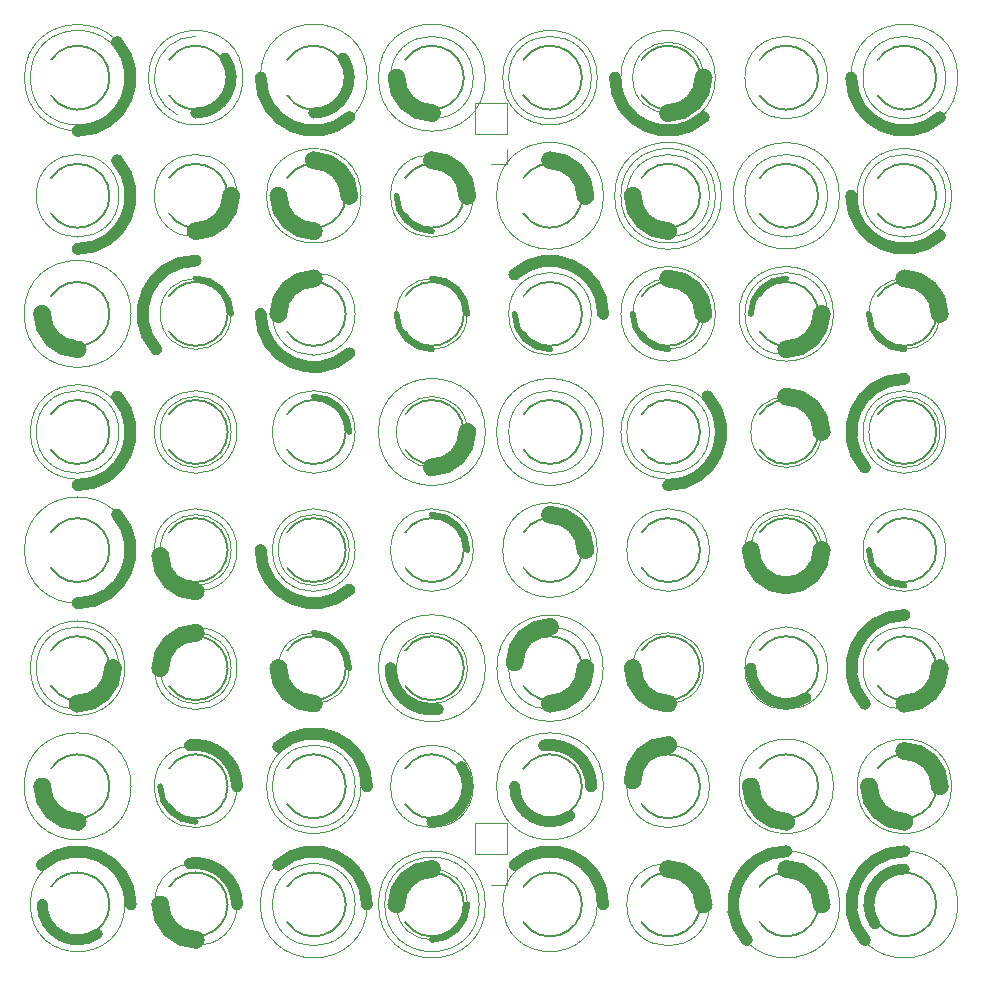
<source format=gbr>
%TF.GenerationSoftware,KiCad,Pcbnew,(5.1.9-0-10_14)*%
%TF.CreationDate,2022-01-06T22:40:05+01:00*%
%TF.ProjectId,8x8_supercomputer,3878385f-7375-4706-9572-636f6d707574,rev?*%
%TF.SameCoordinates,Original*%
%TF.FileFunction,Legend,Top*%
%TF.FilePolarity,Positive*%
%FSLAX46Y46*%
G04 Gerber Fmt 4.6, Leading zero omitted, Abs format (unit mm)*
G04 Created by KiCad (PCBNEW (5.1.9-0-10_14)) date 2022-01-06 22:40:05*
%MOMM*%
%LPD*%
G01*
G04 APERTURE LIST*
%ADD10C,1.500000*%
%ADD11C,0.120000*%
%ADD12C,0.500000*%
%ADD13C,1.000000*%
%ADD14C,0.900000*%
%ADD15C,0.200000*%
G04 APERTURE END LIST*
D10*
X78000000Y-55000000D02*
G75*
G02*
X75000000Y-58000000I-3000000J0D01*
G01*
D11*
X79000000Y-65000000D02*
G75*
G03*
X79000000Y-65000000I-4000000J0D01*
G01*
X78500000Y-45000000D02*
G75*
G03*
X78500000Y-45000000I-3500000J0D01*
G01*
X78500000Y-15000000D02*
G75*
G03*
X78500000Y-15000000I-3500000J0D01*
G01*
D12*
X75000000Y-48000000D02*
G75*
G02*
X72000000Y-45000000I0J3000000D01*
G01*
D13*
X71655848Y-58011088D02*
G75*
G02*
X75000000Y-50500000I3344152J3011088D01*
G01*
D10*
X75000000Y-22000000D02*
G75*
G02*
X78000000Y-25000000I0J-3000000D01*
G01*
D13*
X78011088Y-8344152D02*
G75*
G02*
X70500000Y-5000000I-3011088J3344152D01*
G01*
D10*
X75000000Y-62000000D02*
G75*
G02*
X78000000Y-65000000I0J-3000000D01*
G01*
D13*
X71655848Y-38011088D02*
G75*
G02*
X75000000Y-30500000I3344152J3011088D01*
G01*
D11*
X78500000Y-35000000D02*
G75*
G03*
X78500000Y-35000000I-3500000J0D01*
G01*
D13*
X71655848Y-78011088D02*
G75*
G02*
X75000000Y-70500000I3344152J3011088D01*
G01*
D11*
X78000000Y-35000000D02*
G75*
G03*
X78000000Y-35000000I-3000000J0D01*
G01*
D12*
X75000000Y-28000000D02*
G75*
G02*
X72000000Y-25000000I0J3000000D01*
G01*
D11*
X79527693Y-75000000D02*
G75*
G03*
X79527693Y-75000000I-4527693J0D01*
G01*
X78500000Y-55000000D02*
G75*
G03*
X78500000Y-55000000I-3500000J0D01*
G01*
X78500000Y-5000000D02*
G75*
G03*
X78500000Y-5000000I-3500000J0D01*
G01*
X78000000Y-25000000D02*
G75*
G03*
X78000000Y-25000000I-3000000J0D01*
G01*
X79000000Y-15000000D02*
G75*
G03*
X79000000Y-15000000I-4000000J0D01*
G01*
D13*
X78011088Y-18344152D02*
G75*
G02*
X70500000Y-15000000I-3011088J3344152D01*
G01*
D10*
X75000000Y-68000000D02*
G75*
G02*
X72000000Y-65000000I0J3000000D01*
G01*
D14*
X72504138Y-76664533D02*
G75*
G02*
X75000000Y-72000000I2495862J1664533D01*
G01*
D11*
X79527693Y-5000000D02*
G75*
G03*
X79527693Y-5000000I-4527693J0D01*
G01*
D13*
X14506846Y-71534917D02*
G75*
G02*
X18500000Y-75000000I493154J-3465083D01*
G01*
X14506846Y-61534917D02*
G75*
G02*
X18500000Y-65000000I493154J-3465083D01*
G01*
X44506846Y-61534917D02*
G75*
G02*
X48500000Y-65000000I493154J-3465083D01*
G01*
X35493154Y-58465083D02*
G75*
G02*
X31500000Y-55000000I-493154J3465083D01*
G01*
D14*
X6664533Y-77495862D02*
G75*
G02*
X2000000Y-75000000I-1664533J2495862D01*
G01*
X66664533Y-57495862D02*
G75*
G02*
X62000000Y-55000000I-1664533J2495862D01*
G01*
X46664533Y-67495862D02*
G75*
G02*
X42000000Y-65000000I-1664533J2495862D01*
G01*
X37495862Y-63335467D02*
G75*
G02*
X35000000Y-68000000I-2495862J-1664533D01*
G01*
X27495862Y-3335467D02*
G75*
G02*
X25000000Y-8000000I-2495862J-1664533D01*
G01*
X17495862Y-3335467D02*
G75*
G02*
X15000000Y-8000000I-2495862J-1664533D01*
G01*
D11*
X13434752Y-8130495D02*
G75*
G02*
X15000000Y-1500000I1565248J3130495D01*
G01*
D10*
X25000000Y-58000000D02*
G75*
G02*
X22000000Y-55000000I0J3000000D01*
G01*
X55000000Y-58000000D02*
G75*
G02*
X52000000Y-55000000I0J3000000D01*
G01*
D13*
X21988912Y-71655848D02*
G75*
G02*
X29500000Y-75000000I3011088J-3344152D01*
G01*
X8344152Y-41988912D02*
G75*
G02*
X5000000Y-49500000I-3344152J-3011088D01*
G01*
X8344152Y-11988912D02*
G75*
G02*
X5000000Y-19500000I-3344152J-3011088D01*
G01*
D12*
X15000000Y-22000000D02*
G75*
G02*
X18000000Y-25000000I0J-3000000D01*
G01*
X25000000Y-32000000D02*
G75*
G02*
X28000000Y-35000000I0J-3000000D01*
G01*
X35000000Y-42000000D02*
G75*
G02*
X38000000Y-45000000I0J-3000000D01*
G01*
X25000000Y-52000000D02*
G75*
G02*
X28000000Y-55000000I0J-3000000D01*
G01*
X15000000Y-68000000D02*
G75*
G02*
X12000000Y-65000000I0J3000000D01*
G01*
X62000000Y-25000000D02*
G75*
G02*
X65000000Y-22000000I3000000J0D01*
G01*
X55000000Y-28000000D02*
G75*
G02*
X52000000Y-25000000I0J3000000D01*
G01*
X45000000Y-28000000D02*
G75*
G02*
X42000000Y-25000000I0J3000000D01*
G01*
X35000000Y-22000000D02*
G75*
G02*
X38000000Y-25000000I0J-3000000D01*
G01*
X35000000Y-28000000D02*
G75*
G02*
X32000000Y-25000000I0J3000000D01*
G01*
X35000000Y-18000000D02*
G75*
G02*
X32000000Y-15000000I0J3000000D01*
G01*
D10*
X35000000Y-12000000D02*
G75*
G02*
X38000000Y-15000000I0J-3000000D01*
G01*
X58000000Y-5000000D02*
G75*
G02*
X55000000Y-8000000I-3000000J0D01*
G01*
D13*
X58011088Y-8344152D02*
G75*
G02*
X50500000Y-5000000I-3011088J3344152D01*
G01*
X41988912Y-71655848D02*
G75*
G02*
X49500000Y-75000000I3011088J-3344152D01*
G01*
X61655848Y-78011088D02*
G75*
G02*
X65000000Y-70500000I3344152J3011088D01*
G01*
X1988912Y-71655848D02*
G75*
G02*
X9500000Y-75000000I3011088J-3344152D01*
G01*
X41988912Y-21655848D02*
G75*
G02*
X49500000Y-25000000I3011088J-3344152D01*
G01*
X8344152Y-31988912D02*
G75*
G02*
X5000000Y-39500000I-3344152J-3011088D01*
G01*
X21988912Y-61655848D02*
G75*
G02*
X29500000Y-65000000I3011088J-3344152D01*
G01*
X58344152Y-31988912D02*
G75*
G02*
X55000000Y-39500000I-3344152J-3011088D01*
G01*
X28011088Y-48344152D02*
G75*
G02*
X20500000Y-45000000I-3011088J3344152D01*
G01*
X28011088Y-28344152D02*
G75*
G02*
X20500000Y-25000000I-3011088J3344152D01*
G01*
X28011088Y-8344152D02*
G75*
G02*
X20500000Y-5000000I-3011088J3344152D01*
G01*
X8344152Y-1988912D02*
G75*
G02*
X5000000Y-9500000I-3344152J-3011088D01*
G01*
D10*
X22000000Y-25000000D02*
G75*
G02*
X25000000Y-22000000I3000000J0D01*
G01*
X18000000Y-15000000D02*
G75*
G02*
X15000000Y-18000000I-3000000J0D01*
G01*
X55000000Y-18000000D02*
G75*
G02*
X52000000Y-15000000I0J3000000D01*
G01*
X35000000Y-8000000D02*
G75*
G02*
X32000000Y-5000000I0J3000000D01*
G01*
X65000000Y-68000000D02*
G75*
G02*
X62000000Y-65000000I0J3000000D01*
G01*
X52000000Y-64500000D02*
G75*
G02*
X55000000Y-61500000I3000000J0D01*
G01*
X55000000Y-72000000D02*
G75*
G02*
X58000000Y-75000000I0J-3000000D01*
G01*
X65000000Y-72000000D02*
G75*
G02*
X68000000Y-75000000I0J-3000000D01*
G01*
X65000000Y-32000000D02*
G75*
G02*
X68000000Y-35000000I0J-3000000D01*
G01*
X65000000Y-48000000D02*
G75*
G02*
X62000000Y-45000000I0J3000000D01*
G01*
X68000000Y-45000000D02*
G75*
G02*
X65000000Y-48000000I-3000000J0D01*
G01*
X8000000Y-55000000D02*
G75*
G02*
X5000000Y-58000000I-3000000J0D01*
G01*
X5000000Y-68000000D02*
G75*
G02*
X2000000Y-65000000I0J3000000D01*
G01*
X15000000Y-78000000D02*
G75*
G02*
X12000000Y-75000000I0J3000000D01*
G01*
X12000000Y-55000000D02*
G75*
G02*
X15000000Y-52000000I3000000J0D01*
G01*
X42000000Y-54500000D02*
G75*
G02*
X45000000Y-51500000I3000000J0D01*
G01*
X45000000Y-42000000D02*
G75*
G02*
X48000000Y-45000000I0J-3000000D01*
G01*
X38000000Y-35000000D02*
G75*
G02*
X35000000Y-38000000I-3000000J0D01*
G01*
X5000000Y-28000000D02*
G75*
G02*
X2000000Y-25000000I0J3000000D01*
G01*
X25000000Y-18000000D02*
G75*
G02*
X22000000Y-15000000I0J3000000D01*
G01*
X25000000Y-12000000D02*
G75*
G02*
X28000000Y-15000000I0J-3000000D01*
G01*
X55000000Y-22000000D02*
G75*
G02*
X58000000Y-25000000I0J-3000000D01*
G01*
X68000000Y-25000000D02*
G75*
G02*
X65000000Y-28000000I-3000000J0D01*
G01*
X48000000Y-55000000D02*
G75*
G02*
X45000000Y-58000000I-3000000J0D01*
G01*
X15000000Y-48500000D02*
G75*
G02*
X12000000Y-45500000I0J3000000D01*
G01*
X45000000Y-12000000D02*
G75*
G02*
X48000000Y-15000000I0J-3000000D01*
G01*
D13*
X11655848Y-28000000D02*
G75*
G02*
X15000000Y-20488912I3344152J3011088D01*
G01*
D12*
X38000000Y-75000000D02*
G75*
G02*
X35000000Y-78000000I-3000000J0D01*
G01*
D10*
X32000000Y-75000000D02*
G75*
G02*
X35000000Y-72000000I3000000J0D01*
G01*
D11*
X39527693Y-55000000D02*
G75*
G03*
X39527693Y-55000000I-4527693J0D01*
G01*
X39527693Y-35000000D02*
G75*
G03*
X39527693Y-35000000I-4527693J0D01*
G01*
X9000000Y-55000000D02*
G75*
G03*
X9000000Y-55000000I-4000000J0D01*
G01*
X18000000Y-55000000D02*
G75*
G03*
X18000000Y-55000000I-3000000J0D01*
G01*
X8500000Y-55000000D02*
G75*
G03*
X8500000Y-55000000I-3500000J0D01*
G01*
X18000000Y-25000000D02*
G75*
G03*
X18000000Y-25000000I-3000000J0D01*
G01*
X18500000Y-15000000D02*
G75*
G03*
X18500000Y-15000000I-3500000J0D01*
G01*
X68500000Y-5000000D02*
G75*
G03*
X68500000Y-5000000I-3500000J0D01*
G01*
X58000000Y-5000000D02*
G75*
G03*
X58000000Y-5000000I-3000000J0D01*
G01*
X39527693Y-5000000D02*
G75*
G03*
X39527693Y-5000000I-4527693J0D01*
G01*
X48500000Y-5000000D02*
G75*
G03*
X48500000Y-5000000I-3500000J0D01*
G01*
X59000000Y-5000000D02*
G75*
G03*
X59000000Y-5000000I-4000000J0D01*
G01*
X58000000Y-25000000D02*
G75*
G03*
X58000000Y-25000000I-3000000J0D01*
G01*
X58500000Y-35000000D02*
G75*
G03*
X58500000Y-35000000I-3500000J0D01*
G01*
X58500000Y-15000000D02*
G75*
G03*
X58500000Y-15000000I-3500000J0D01*
G01*
X8500000Y-35000000D02*
G75*
G03*
X8500000Y-35000000I-3500000J0D01*
G01*
X18000000Y-35000000D02*
G75*
G03*
X18000000Y-35000000I-3000000J0D01*
G01*
X28500000Y-35000000D02*
G75*
G03*
X28500000Y-35000000I-3500000J0D01*
G01*
X18500000Y-55000000D02*
G75*
G03*
X18500000Y-55000000I-3500000J0D01*
G01*
X18500000Y-35000000D02*
G75*
G03*
X18500000Y-35000000I-3500000J0D01*
G01*
X18000000Y-45000000D02*
G75*
G03*
X18000000Y-45000000I-3000000J0D01*
G01*
X28500000Y-45000000D02*
G75*
G03*
X28500000Y-45000000I-3500000J0D01*
G01*
X28500000Y-65000000D02*
G75*
G03*
X28500000Y-65000000I-3500000J0D01*
G01*
X28000000Y-55000000D02*
G75*
G03*
X28000000Y-55000000I-3000000J0D01*
G01*
X59000000Y-35000000D02*
G75*
G03*
X59000000Y-35000000I-4000000J0D01*
G01*
X58500000Y-65000000D02*
G75*
G03*
X58500000Y-65000000I-3500000J0D01*
G01*
X58000000Y-55000000D02*
G75*
G03*
X58000000Y-55000000I-3000000J0D01*
G01*
X58500000Y-45000000D02*
G75*
G03*
X58500000Y-45000000I-3500000J0D01*
G01*
X49527693Y-65000000D02*
G75*
G03*
X49527693Y-65000000I-4527693J0D01*
G01*
X38500000Y-65000000D02*
G75*
G03*
X38500000Y-65000000I-3500000J0D01*
G01*
X69000000Y-65000000D02*
G75*
G03*
X69000000Y-65000000I-4000000J0D01*
G01*
X69527693Y-75000000D02*
G75*
G03*
X69527693Y-75000000I-4527693J0D01*
G01*
X68500000Y-55000000D02*
G75*
G03*
X68500000Y-55000000I-3500000J0D01*
G01*
X38000000Y-55000000D02*
G75*
G03*
X38000000Y-55000000I-3000000J0D01*
G01*
X48500000Y-55000000D02*
G75*
G03*
X48500000Y-55000000I-3500000J0D01*
G01*
X58500000Y-75000000D02*
G75*
G03*
X58500000Y-75000000I-3500000J0D01*
G01*
X49000000Y-75000000D02*
G75*
G03*
X49000000Y-75000000I-4000000J0D01*
G01*
X38500000Y-45000000D02*
G75*
G03*
X38500000Y-45000000I-3500000J0D01*
G01*
X68000000Y-45000000D02*
G75*
G03*
X68000000Y-45000000I-3000000J0D01*
G01*
X68500000Y-45000000D02*
G75*
G03*
X68500000Y-45000000I-3500000J0D01*
G01*
X68000000Y-35000000D02*
G75*
G03*
X68000000Y-35000000I-3000000J0D01*
G01*
X28500000Y-75000000D02*
G75*
G03*
X28500000Y-75000000I-3500000J0D01*
G01*
X38000000Y-75000000D02*
G75*
G03*
X38000000Y-75000000I-3000000J0D01*
G01*
X18500000Y-45000000D02*
G75*
G03*
X18500000Y-45000000I-3500000J0D01*
G01*
X28000000Y-45000000D02*
G75*
G03*
X28000000Y-45000000I-3000000J0D01*
G01*
X48500000Y-35000000D02*
G75*
G03*
X48500000Y-35000000I-3500000J0D01*
G01*
X38000000Y-35000000D02*
G75*
G03*
X38000000Y-35000000I-3000000J0D01*
G01*
X38000000Y-25000000D02*
G75*
G03*
X38000000Y-25000000I-3000000J0D01*
G01*
X28500000Y-25000000D02*
G75*
G03*
X28500000Y-25000000I-3500000J0D01*
G01*
X69000000Y-25000000D02*
G75*
G03*
X69000000Y-25000000I-4000000J0D01*
G01*
X49000000Y-45000000D02*
G75*
G03*
X49000000Y-45000000I-4000000J0D01*
G01*
X49500000Y-55000000D02*
G75*
G03*
X49500000Y-55000000I-4500000J0D01*
G01*
X49527693Y-35000000D02*
G75*
G03*
X49527693Y-35000000I-4527693J0D01*
G01*
X48500000Y-25000000D02*
G75*
G03*
X48500000Y-25000000I-3500000J0D01*
G01*
X29527693Y-75000000D02*
G75*
G03*
X29527693Y-75000000I-4527693J0D01*
G01*
X18500000Y-75000000D02*
G75*
G03*
X18500000Y-75000000I-3500000J0D01*
G01*
X39000000Y-75000000D02*
G75*
G03*
X39000000Y-75000000I-4000000J0D01*
G01*
X9000000Y-75000000D02*
G75*
G03*
X9000000Y-75000000I-4000000J0D01*
G01*
X39527693Y-75000000D02*
G75*
G03*
X39527693Y-75000000I-4527693J0D01*
G01*
X9527693Y-65000000D02*
G75*
G03*
X9527693Y-65000000I-4527693J0D01*
G01*
X18500000Y-65000000D02*
G75*
G03*
X18500000Y-65000000I-3500000J0D01*
G01*
X29000000Y-65000000D02*
G75*
G03*
X29000000Y-65000000I-4000000J0D01*
G01*
X68500000Y-25000000D02*
G75*
G03*
X68500000Y-25000000I-3500000J0D01*
G01*
X59000000Y-25000000D02*
G75*
G03*
X59000000Y-25000000I-4000000J0D01*
G01*
X59527693Y-15000000D02*
G75*
G03*
X59527693Y-15000000I-4527693J0D01*
G01*
X68500000Y-15000000D02*
G75*
G03*
X68500000Y-15000000I-3500000J0D01*
G01*
X59000000Y-15000000D02*
G75*
G03*
X59000000Y-15000000I-4000000J0D01*
G01*
X69500000Y-15000000D02*
G75*
G03*
X69500000Y-15000000I-4500000J0D01*
G01*
X49527693Y-15000000D02*
G75*
G03*
X49527693Y-15000000I-4527693J0D01*
G01*
X29000000Y-15000000D02*
G75*
G03*
X29000000Y-15000000I-4000000J0D01*
G01*
X38500000Y-15000000D02*
G75*
G03*
X38500000Y-15000000I-3500000J0D01*
G01*
X9500000Y-45000000D02*
G75*
G03*
X9500000Y-45000000I-4500000J0D01*
G01*
X9527693Y-25000000D02*
G75*
G03*
X9527693Y-25000000I-4527693J0D01*
G01*
X9000000Y-35000000D02*
G75*
G03*
X9000000Y-35000000I-4000000J0D01*
G01*
X8500000Y-15000000D02*
G75*
G03*
X8500000Y-15000000I-3500000J0D01*
G01*
X9000000Y-5000000D02*
G75*
G03*
X9000000Y-5000000I-4000000J0D01*
G01*
X49000000Y-5000000D02*
G75*
G03*
X49000000Y-5000000I-4000000J0D01*
G01*
X38500000Y-5000000D02*
G75*
G03*
X38500000Y-5000000I-3500000J0D01*
G01*
X29527693Y-5000000D02*
G75*
G03*
X29527693Y-5000000I-4527693J0D01*
G01*
X19000000Y-5000000D02*
G75*
G03*
X19000000Y-5000000I-4000000J0D01*
G01*
X9500000Y-5000000D02*
G75*
G03*
X9500000Y-5000000I-4500000J0D01*
G01*
D15*
%TO.C,D1*%
X72750522Y-73499221D02*
G75*
G02*
X72750001Y-76499999I2249478J-1500779D01*
G01*
X62750522Y-73499221D02*
G75*
G02*
X62750001Y-76499999I2249478J-1500779D01*
G01*
X52750522Y-73499221D02*
G75*
G02*
X52750001Y-76499999I2249478J-1500779D01*
G01*
X42750522Y-73499221D02*
G75*
G02*
X42750001Y-76499999I2249478J-1500779D01*
G01*
X32750522Y-73499221D02*
G75*
G02*
X32750001Y-76499999I2249478J-1500779D01*
G01*
X22750522Y-73499221D02*
G75*
G02*
X22750001Y-76499999I2249478J-1500779D01*
G01*
X12750522Y-73499221D02*
G75*
G02*
X12750001Y-76499999I2249478J-1500779D01*
G01*
X2750522Y-73499221D02*
G75*
G02*
X2750001Y-76499999I2249478J-1500779D01*
G01*
X72750522Y-63499221D02*
G75*
G02*
X72750001Y-66499999I2249478J-1500779D01*
G01*
X62750522Y-63499221D02*
G75*
G02*
X62750001Y-66499999I2249478J-1500779D01*
G01*
X52750522Y-63499221D02*
G75*
G02*
X52750001Y-66499999I2249478J-1500779D01*
G01*
X42750522Y-63499221D02*
G75*
G02*
X42750001Y-66499999I2249478J-1500779D01*
G01*
X32750522Y-63499221D02*
G75*
G02*
X32750001Y-66499999I2249478J-1500779D01*
G01*
X22750522Y-63499221D02*
G75*
G02*
X22750001Y-66499999I2249478J-1500779D01*
G01*
X12750522Y-63499221D02*
G75*
G02*
X12750001Y-66499999I2249478J-1500779D01*
G01*
X2750522Y-63499221D02*
G75*
G02*
X2750001Y-66499999I2249478J-1500779D01*
G01*
X72750522Y-53499221D02*
G75*
G02*
X72750001Y-56499999I2249478J-1500779D01*
G01*
X62750522Y-53499221D02*
G75*
G02*
X62750001Y-56499999I2249478J-1500779D01*
G01*
X52750522Y-53499221D02*
G75*
G02*
X52750001Y-56499999I2249478J-1500779D01*
G01*
X42750522Y-53499221D02*
G75*
G02*
X42750001Y-56499999I2249478J-1500779D01*
G01*
X32750522Y-53499221D02*
G75*
G02*
X32750001Y-56499999I2249478J-1500779D01*
G01*
X22750522Y-53499221D02*
G75*
G02*
X22750001Y-56499999I2249478J-1500779D01*
G01*
X12750522Y-53499221D02*
G75*
G02*
X12750001Y-56499999I2249478J-1500779D01*
G01*
X2750522Y-53499221D02*
G75*
G02*
X2750001Y-56499999I2249478J-1500779D01*
G01*
X72750522Y-43499221D02*
G75*
G02*
X72750001Y-46499999I2249478J-1500779D01*
G01*
X62750522Y-43499221D02*
G75*
G02*
X62750001Y-46499999I2249478J-1500779D01*
G01*
X52750522Y-43499221D02*
G75*
G02*
X52750001Y-46499999I2249478J-1500779D01*
G01*
X42750522Y-43499221D02*
G75*
G02*
X42750001Y-46499999I2249478J-1500779D01*
G01*
X32750522Y-43499221D02*
G75*
G02*
X32750001Y-46499999I2249478J-1500779D01*
G01*
X22750522Y-43499221D02*
G75*
G02*
X22750001Y-46499999I2249478J-1500779D01*
G01*
X12750522Y-43499221D02*
G75*
G02*
X12750001Y-46499999I2249478J-1500779D01*
G01*
X2750522Y-43499221D02*
G75*
G02*
X2750001Y-46499999I2249478J-1500779D01*
G01*
X72750522Y-33499221D02*
G75*
G02*
X72750001Y-36499999I2249478J-1500779D01*
G01*
X62750522Y-33499221D02*
G75*
G02*
X62750001Y-36499999I2249478J-1500779D01*
G01*
X52750522Y-33499221D02*
G75*
G02*
X52750001Y-36499999I2249478J-1500779D01*
G01*
X42750522Y-33499221D02*
G75*
G02*
X42750001Y-36499999I2249478J-1500779D01*
G01*
X32750522Y-33499221D02*
G75*
G02*
X32750001Y-36499999I2249478J-1500779D01*
G01*
X22750522Y-33499221D02*
G75*
G02*
X22750001Y-36499999I2249478J-1500779D01*
G01*
X12750522Y-33499221D02*
G75*
G02*
X12750001Y-36499999I2249478J-1500779D01*
G01*
X2750522Y-33499221D02*
G75*
G02*
X2750001Y-36499999I2249478J-1500779D01*
G01*
X72750522Y-23499221D02*
G75*
G02*
X72750001Y-26499999I2249478J-1500779D01*
G01*
X62750522Y-23499221D02*
G75*
G02*
X62750001Y-26499999I2249478J-1500779D01*
G01*
X52750522Y-23499221D02*
G75*
G02*
X52750001Y-26499999I2249478J-1500779D01*
G01*
X42750522Y-23499221D02*
G75*
G02*
X42750001Y-26499999I2249478J-1500779D01*
G01*
X32750522Y-23499221D02*
G75*
G02*
X32750001Y-26499999I2249478J-1500779D01*
G01*
X22750522Y-23499221D02*
G75*
G02*
X22750001Y-26499999I2249478J-1500779D01*
G01*
X12750522Y-23499221D02*
G75*
G02*
X12750001Y-26499999I2249478J-1500779D01*
G01*
X2750522Y-23499221D02*
G75*
G02*
X2750001Y-26499999I2249478J-1500779D01*
G01*
X72750522Y-13499221D02*
G75*
G02*
X72750001Y-16499999I2249478J-1500779D01*
G01*
X62750522Y-13499221D02*
G75*
G02*
X62750001Y-16499999I2249478J-1500779D01*
G01*
X52750522Y-13499221D02*
G75*
G02*
X52750001Y-16499999I2249478J-1500779D01*
G01*
X42750522Y-13499221D02*
G75*
G02*
X42750001Y-16499999I2249478J-1500779D01*
G01*
X32750522Y-13499221D02*
G75*
G02*
X32750001Y-16499999I2249478J-1500779D01*
G01*
X22750522Y-13499221D02*
G75*
G02*
X22750001Y-16499999I2249478J-1500779D01*
G01*
X12750522Y-13499221D02*
G75*
G02*
X12750001Y-16499999I2249478J-1500779D01*
G01*
X2750522Y-13499221D02*
G75*
G02*
X2750001Y-16499999I2249478J-1500779D01*
G01*
X72750522Y-3499221D02*
G75*
G02*
X72750001Y-6499999I2249478J-1500779D01*
G01*
X62750522Y-3499221D02*
G75*
G02*
X62750001Y-6499999I2249478J-1500779D01*
G01*
X52750522Y-3499221D02*
G75*
G02*
X52750001Y-6499999I2249478J-1500779D01*
G01*
X42750522Y-3499221D02*
G75*
G02*
X42750001Y-6499999I2249478J-1500779D01*
G01*
X32750522Y-3499221D02*
G75*
G02*
X32750001Y-6499999I2249478J-1500779D01*
G01*
X22750522Y-3499221D02*
G75*
G02*
X22750001Y-6499999I2249478J-1500779D01*
G01*
X12750522Y-3499221D02*
G75*
G02*
X12750001Y-6499999I2249478J-1500779D01*
G01*
X2750522Y-3499221D02*
G75*
G02*
X2750001Y-6499999I2249478J-1500779D01*
G01*
D11*
%TO.C,J2*%
X41330000Y-68130000D02*
X38670000Y-68130000D01*
X41330000Y-70730000D02*
X41330000Y-68130000D01*
X38670000Y-70730000D02*
X38670000Y-68130000D01*
X41330000Y-70730000D02*
X38670000Y-70730000D01*
X41330000Y-72000000D02*
X41330000Y-73330000D01*
X41330000Y-73330000D02*
X40000000Y-73330000D01*
%TO.C,J1*%
X41330000Y-7130000D02*
X38670000Y-7130000D01*
X41330000Y-9730000D02*
X41330000Y-7130000D01*
X38670000Y-9730000D02*
X38670000Y-7130000D01*
X41330000Y-9730000D02*
X38670000Y-9730000D01*
X41330000Y-11000000D02*
X41330000Y-12330000D01*
X41330000Y-12330000D02*
X40000000Y-12330000D01*
%TD*%
M02*

</source>
